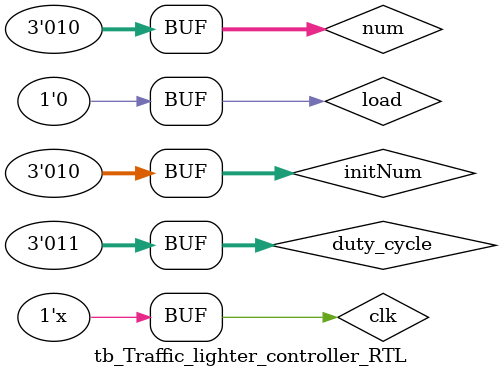
<source format=v>
`timescale 1ns / 1ps
module Traffic_lighter_controller_RTL(
                            
    input [2:0] num,        //cycle count of periodical low signal of PWM
                            
    input [2:0] duty_cycle, //cycle count of periodical high signal of PWM
                            //or
                            //cycle count of green/red signal = duty_cycle + 1
                                                     
    input [2:0] initNum,    //num for counter initialization
    input load,             //enable signal for enabling of loading initNum to counter on which is based PWM 
    input clk,  
    
                            //lighter signals
    output red,     
    output yellow,
    output green
    );
    
    wire clk_inversed; 
    wire pwm_out;                       //pwm signal what corresponds comparator output (compare operation: counter_out > num)
    wire [3:0] counter_out;             //pwm counter output 
    wire [3:0] sum_num_dutyCycle_out;   //summator output, addition operation: num + duty_cycle
    wire counter_eq_sum_out;            //comparator output, compare operation: counter_out == sum_num_dutyCycle_out
    wire [1:0] state;                   //Moore machine state
                     
    //5 modules form a group that generates PWM signal:
    //my_not1
    //counter1
    //counter_bigger_num
    //sum
    //counter_eq_sum
    
    my_not my_not1(                         //inversion operation: ~clk
        clk,
        clk_inversed
        );
    
    counter counter1(
        clk_inversed,                       //shiffting pwm sigal in side of start on half clk cycle 
                                            //to prevent change of Moore machine state on 2nd cycle of clk signal.
                                            //Becouse pwm signal by posedge clk changes with some very little delay,  
                                            //than, without pwm sigal shiffting, would ocurre two posedge clk 
                                            //(see always block in Moore machine module)
        
        counter_eq_sum_out,                 //is connected to counter.reset
        initNum,
        load,
        counter_out
        );
        
    comparator_bigger counter_bigger_num(   //operation: counter_out > num
        counter_out,
        {1'b0,num},                         //zero complement to 3 bits wide
        pwm_out
        );
        
     sum sum_num_dutyCycle(                  //operation: num + duty_cycle
        num,
        duty_cycle,
        sum_num_dutyCycle_out
        );
    
    comparator_eq counter_eq_sum(           //operation: counter_out == sum_num_dutyCycle_out
        counter_out,
        sum_num_dutyCycle_out,
        counter_eq_sum_out
        );
    
   Moore_machine Moore_machine1(
        clk,
        pwm_out,
        state
        );
        
    data_path data_path1(
        state,
        green,
        yellow,
        red
        );
        
endmodule   

module my_not(
    input clk,
    output reg clk_inversed
    );
    
    always@(clk)
        if(clk == 1) begin
            clk_inversed <= 0;
        end
        else begin
            clk_inversed <= 1;
        end

endmodule

module counter(
    input clk,
    input reset,
    input [2:0] initNum,
    input load,
    output reg [3:0] out
    );
    
    always@(posedge clk)
        if (load == 1 || reset == 1)
        begin 
            if(load == 1) begin
                out <= initNum;
            end
            if(reset == 1) begin 
                out <= 1;
            end
        end  
        else begin
            out <= out + 1;
        end
            
endmodule

module comparator_eq(
    input [3:0] num1,
    input [3:0] num2,
    output reg out
    );
    
    always@(num1, num2)
        if(num1 == num2) begin
            out <= 1;
        end
        else begin
            out <= 0;
        end
            
endmodule

module comparator_bigger(
    input [3:0] num1,
    input [3:0] num2,
    output reg out
    );
    
    always@(num1,num2)
        if(num1 > num2) begin
            out <= 1;               
        end
        else begin
            out <= 0;
        end
            
endmodule 

module sum( 
    input [2:0] num1,
    input [2:0] num2,
    output reg [3:0] sum
    );

    always@(num1, num2) begin
        sum = num1 + num2;
    end
        
endmodule

//----------------------------------------------
//Moore machine
//*transition graph:
//
//               -  s0 <-
//              |        |
//             \/        |
//             s1       s3
//              |       /\
//              |        |
//               -> s2 --   
//
//s0:     to light the green lighter
//s1, s3: to light the yellow lighter 
//s2:     to light the red lighter 
//----------------------------------------------
module Moore_machine(
    input clk,
    input pwm,  
    output reg [1:0] state
    );

    always@(posedge clk)
    begin
        if(!pwm)                    //state transition carries out if pwm signal is low
            case(state)
                0: begin 
                    state = 1;
                   end
                1: begin 
                    state = 2;
                   end
                2: begin 
                    state = 3;
                   end                  
                default: begin 
                    state = 0;
                   end
            endcase 
    end

endmodule

//----------------------------------------------
//Lighting certain lighter in correspond state
//----------------------------------------------
module data_path(
    input [1:0] state,
    output reg green,
    output reg yellow,
    output reg red
    );
    
    always@(state)
    case(state)
        0: begin    //s0: to light the green lighter
            green = 1;
            yellow = 0;
            red = 0;
           end
        1: begin    //s1: to light the yellow lighter 
            green = 0;
            yellow = 1;
            red = 0;
            end
        2: begin    //s2: to light the red lighter
            green = 0;
            yellow = 0;
            red = 1;
            end
        3: begin    //s3: to light the yellow lighter 
            green = 0;
            yellow = 1;
            red = 0;
            end
    endcase
    
 endmodule

`timescale 1ns / 1ps
module tb_Traffic_lighter_controller_RTL;
                        
reg [2:0] num;                        
reg [2:0] duty_cycle;                        
reg [2:0] initNum;      
reg load;               
reg clk;         

                        //lighter signals
wire red;
wire yellow;
wire green;

Traffic_lighter_controller_RTL Traffic_lighter_controller_RTL_1(
    num,
    duty_cycle,
    initNum,
    load,
    clk,  
    red,
    yellow,
    green);

initial
begin
         //cycle count of periodical low signal of PWM
    num = 2;             
        //cycle count of periodical high signal of PWM
        //or
        //cycle count of green/red signal = duty_cycle + 1
    duty_cycle = 3; 
        //PWM example with parameters: num = 2, duty_cycle = 3
        //             high      low       high      low       high
        //        |<--------->|<----->|<--------->|<----->|<--------->|
        //==============================================================
        //clk: _|^|_|^|_|^|_|^|_|^|_|^|_|^|_|^|_|^|_|^|_|^|_|^|_|^|_|^|_ 
        //PWM: X__|^^^^^^^^^^^|_______|^^^^^^^^^^^|_______|^^^^^^^^^^^|_ 
        //============================================================== 
        
    clk = 0;
    load = 1;       //enable signal for enabling of loading initNum to counter on which is based PWM 
    initNum = 2;    //num for counter initialization
    #20 load = 0;
end

always #10 clk = ~clk;

endmodule

</source>
